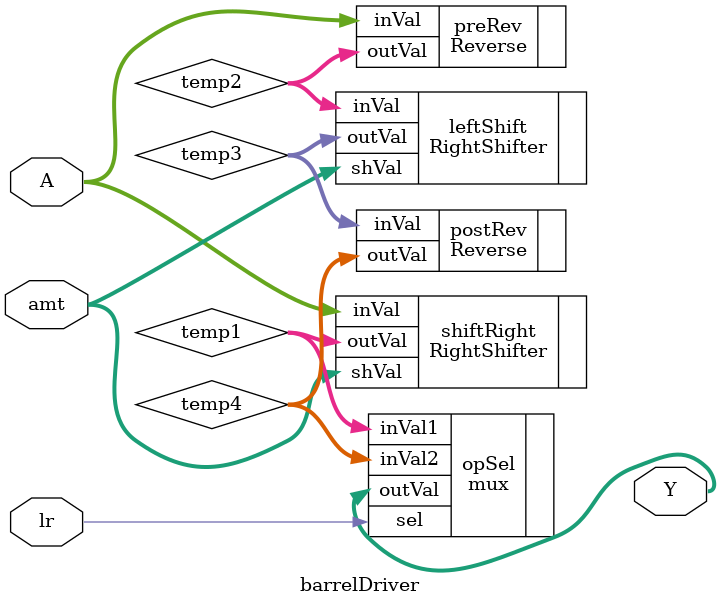
<source format=sv>
module barrelDriver #(parameter N = 3) (A, lr, amt, Y);
    input logic [((2**N)-1):0] A;               // input entry data (2^N bit width)
    input logic [(N-1):0] amt;                  // specified shifting amount
    input logic lr;                             // shifiting direction select (0 for left, 1 for right)
    output logic [((2**N)-1):0] Y;              // final output of operation and select (2^N bit width)
    
    logic [((2**N)-1):0] temp1, temp2, temp3, temp4; // temporary logic to hold output of operations (2^N bit width)
    
    // module instantiations:
    RightShifter shiftRight(.inVal(A), .shVal(amt), .outVal(temp1)); // instantiate the right shifting module
    Reverse preRev(.inVal(A), .outVal(temp2));                       // pre-reverse the input to prep for left shift
    RightShifter leftShift(.inVal(temp2), .shVal(amt), .outVal(temp3)); // perform the right shifting operations on the reversed value
    Reverse postRev(.inVal(temp3), .outVal(temp4));                  // post-reverse to achieve the right shift
    mux opSel(.inVal1(temp1), .inVal2(temp4), .sel(lr), .outVal(Y)); // instantiate the multiplexer
    
endmodule

</source>
